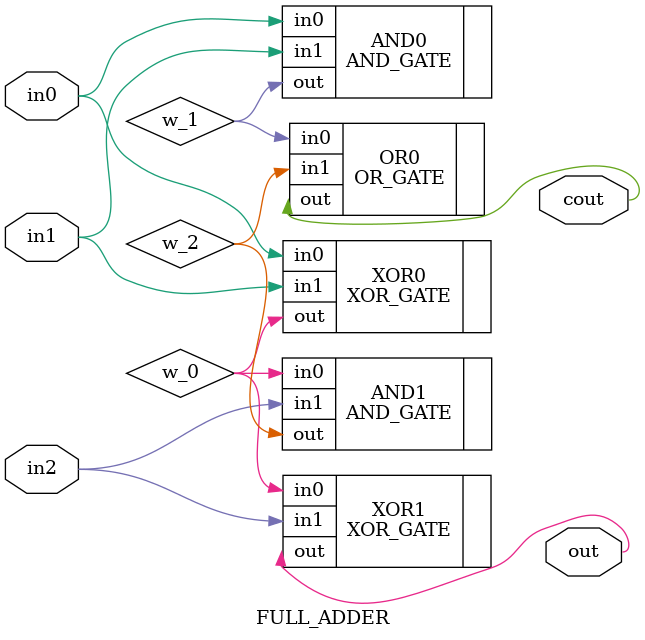
<source format=v>
module FULL_ADDER(
     input wire       in0,
     input wire       in1,
     input wire       in2,
     output wire     out,
     output wire cout
);
    wire w_0;
    wire w_1;
    wire w_2;
    XOR_GATE XOR0(
        .in0    (in0    ),
        .in1    (in1    ),
        .out    (w_0    )
    );
    XOR_GATE XOR1(
        .in0    (w_0    ),
        .in1    (in2    ),
        .out    (out    )
    );
    AND_GATE AND0(
        .in0    (in0    ),
        .in1    (in1    ),
        .out    (w_1    )
    );
    AND_GATE AND1(
        .in0    (w_0    ),
        .in1    (in2    ),
        .out    (w_2    )
    );
    OR_GATE OR0(
        .in0    (w_1    ),
        .in1    (w_2    ),
        .out    (cout    )
    );
    
endmodule

</source>
